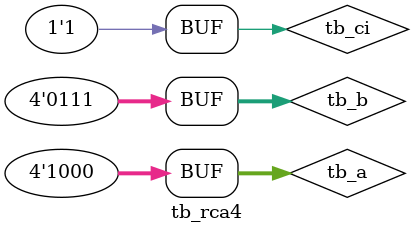
<source format=v>
`timescale 1ns/100ps

module tb_rca4; //4-bit RCA testbench module
  reg[3:0] tb_a, tb_b; //input
  reg tb_ci; //input
  wire[3:0] tb_s; //output
  wire tb_co; //output
  
  //4-bit RCA module instance
  rca4 rca(.a(tb_a), .b(tb_b), .ci(tb_ci), .s(tb_s), .co(tb_co));
  
  initial
  begin
         tb_ci=0; tb_a=4'b0000; tb_b=4'b0000; //initialize
    #10; tb_a=4'b0001; tb_b=4'b0011; //sum: 0100, co: 0
    #10; tb_a=4'b1000; tb_b=4'b0111; //sum: 1111, co: 0
	 #10; tb_a=4'b1100; tb_b=4'b0101; //sum: 0001, co: 1
    #10; tb_a=4'b1111; tb_b=4'b1111; //sum: 1110, co: 1
	 #10; tb_ci=1; tb_a=4'b0001; tb_b=4'b0111; //sum: 1001, co: 0
	 #10; tb_a=4'b1000; tb_b=4'b0111; //sum: 0000, co: 1
    #10;
  end
endmodule

</source>
